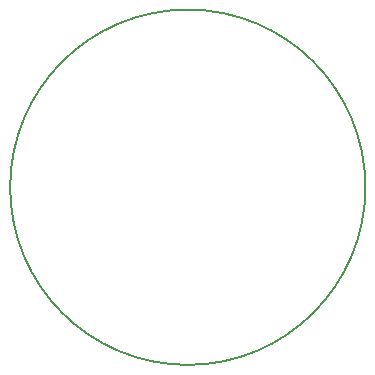
<source format=gbr>
%TF.GenerationSoftware,KiCad,Pcbnew,(6.0.11-0)*%
%TF.CreationDate,2024-03-07T11:04:15-05:00*%
%TF.ProjectId,CamperLightsSMD,43616d70-6572-44c6-9967-687473534d44,rev?*%
%TF.SameCoordinates,Original*%
%TF.FileFunction,Profile,NP*%
%FSLAX46Y46*%
G04 Gerber Fmt 4.6, Leading zero omitted, Abs format (unit mm)*
G04 Created by KiCad (PCBNEW (6.0.11-0)) date 2024-03-07 11:04:15*
%MOMM*%
%LPD*%
G01*
G04 APERTURE LIST*
%TA.AperFunction,Profile*%
%ADD10C,0.200000*%
%TD*%
G04 APERTURE END LIST*
D10*
X157787717Y-95504000D02*
G75*
G03*
X157787717Y-95504000I-15039717J0D01*
G01*
M02*

</source>
